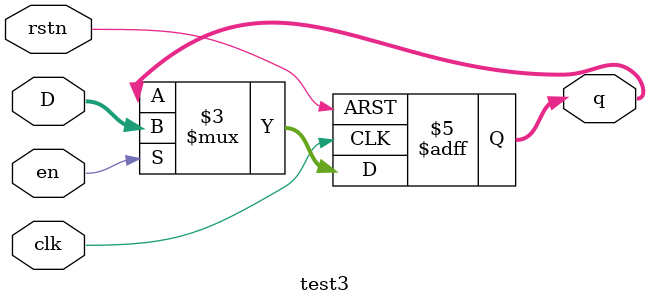
<source format=v>
module test3(input [3:0] D, input rstn, input en, input clk, output reg [3:0] q);
always @ (posedge clk or negedge rstn) begin
if(!rstn)  begin
 q <= 0;
end
else begin
if(en) q <= D;
end
end
endmodule
</source>
